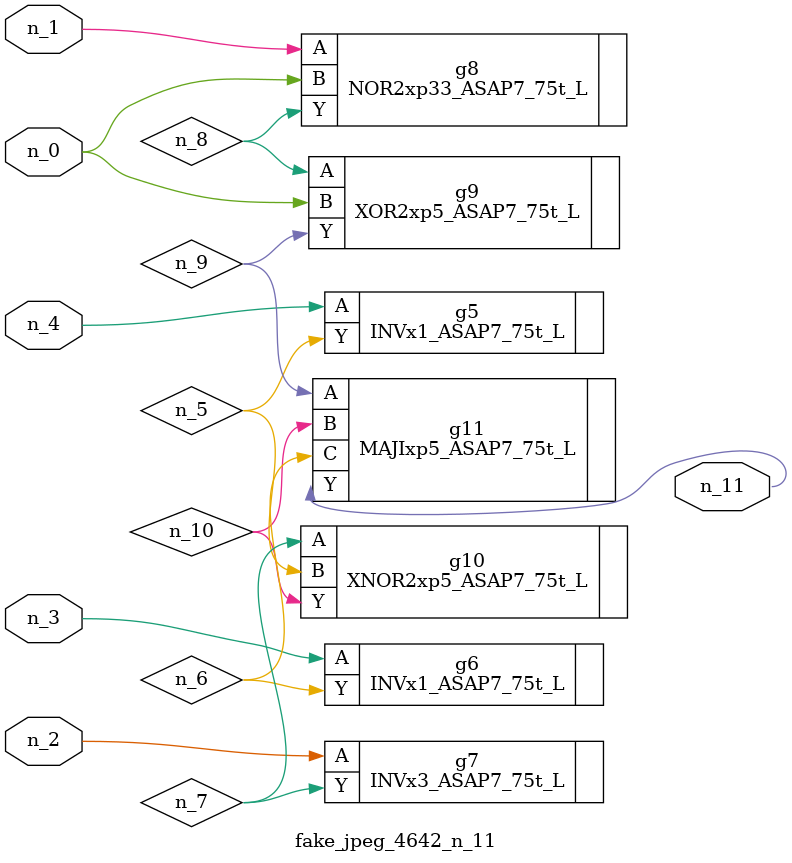
<source format=v>
module fake_jpeg_4642_n_11 (n_3, n_2, n_1, n_0, n_4, n_11);

input n_3;
input n_2;
input n_1;
input n_0;
input n_4;

output n_11;

wire n_10;
wire n_8;
wire n_9;
wire n_6;
wire n_5;
wire n_7;

INVx1_ASAP7_75t_L g5 ( 
.A(n_4),
.Y(n_5)
);

INVx1_ASAP7_75t_L g6 ( 
.A(n_3),
.Y(n_6)
);

INVx3_ASAP7_75t_L g7 ( 
.A(n_2),
.Y(n_7)
);

NOR2xp33_ASAP7_75t_L g8 ( 
.A(n_1),
.B(n_0),
.Y(n_8)
);

XOR2xp5_ASAP7_75t_L g9 ( 
.A(n_8),
.B(n_0),
.Y(n_9)
);

MAJIxp5_ASAP7_75t_L g11 ( 
.A(n_9),
.B(n_10),
.C(n_6),
.Y(n_11)
);

XNOR2xp5_ASAP7_75t_L g10 ( 
.A(n_7),
.B(n_5),
.Y(n_10)
);


endmodule
</source>
